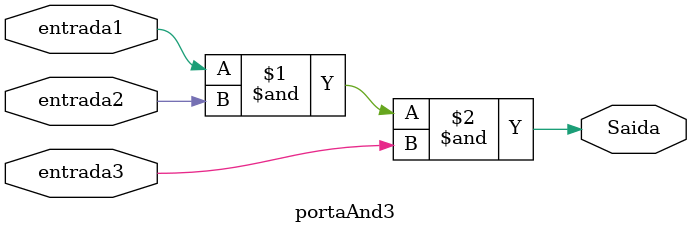
<source format=v>
module portaAnd3(entrada1,entrada2,entrada3,Saida);


input wire entrada1,entrada2,entrada3;
output wire Saida;


assign Saida = entrada1 & entrada2 & entrada3;


endmodule


</source>
